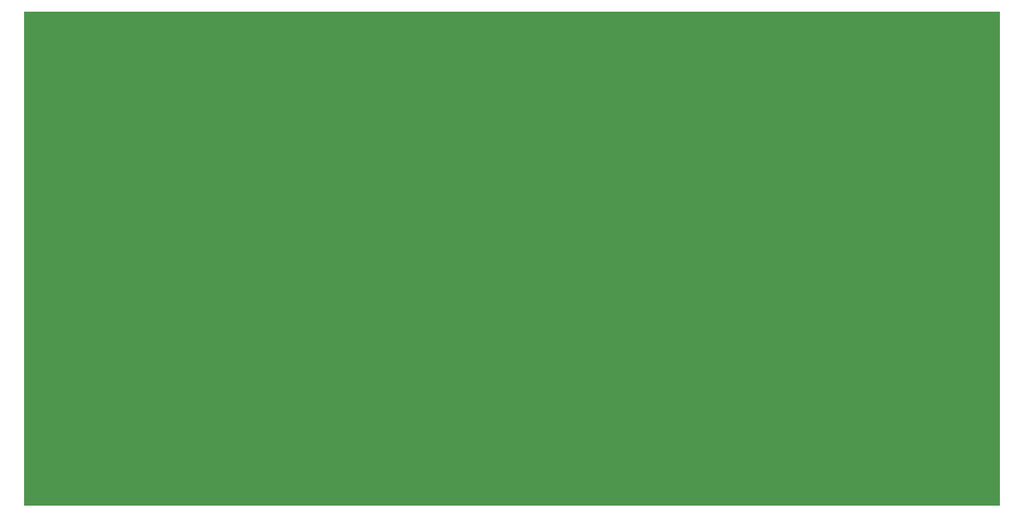
<source format=gbr>
%TF.GenerationSoftware,Altium Limited,Altium Designer,25.3.3 (18)*%
G04 Layer_Physical_Order=2*
G04 Layer_Color=16711680*
%FSLAX45Y45*%
%MOMM*%
%TF.SameCoordinates,353F5620-1D28-4D42-8852-8A651C39F608*%
%TF.FilePolarity,Positive*%
%TF.FileFunction,Copper,L2,Bot,Signal*%
%TF.Part,Single*%
G01*
G75*
%TA.AperFunction,ViaPad*%
%ADD10C,1.50000*%
G36*
X16953000Y5334000D02*
X4953000D01*
Y11419000D01*
X16953000D01*
Y5334000D01*
D02*
G37*
D10*
X10953000Y6172200D02*
D03*
%TF.MD5,60c959afc272f9594a4cf4e38fba5157*%
M02*

</source>
